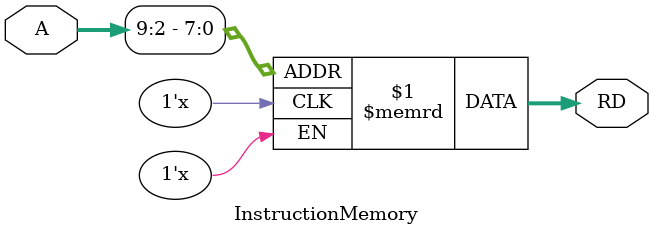
<source format=v>
module InstructionMemory (
    input  wire [31:0] A,   // Byte address
    output wire [31:0] RD   // Instruction at address A
);

    reg [31:0] memory [0:255];  // 256 words = 1024 bytes

    assign RD = memory[A[9:2]];  // Word-aligned access (ignoring byte offset bits)

endmodule

</source>
